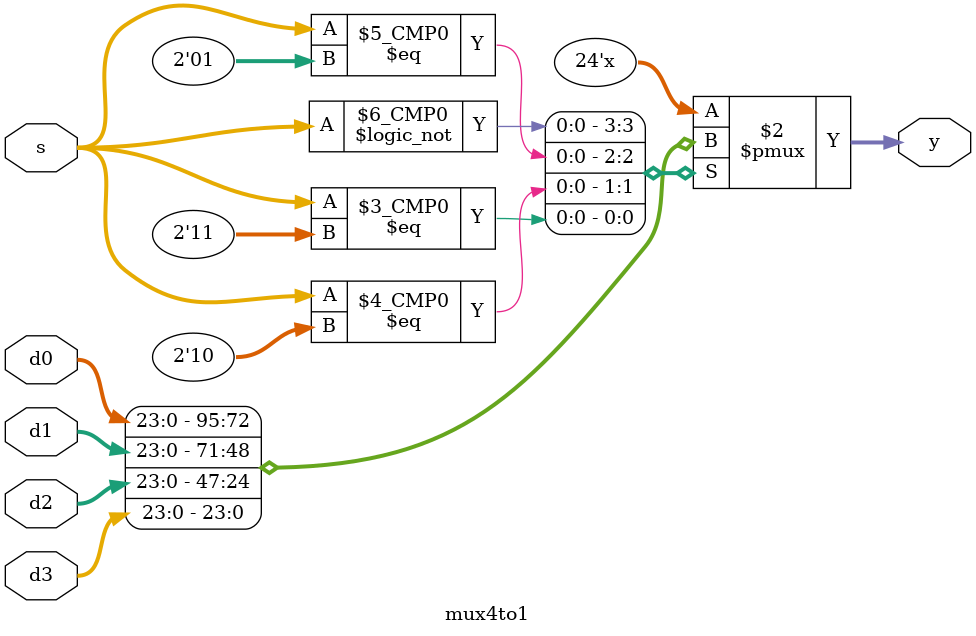
<source format=v>
`timescale 1ns / 1ps


module mux4to1(
    input [23:0] d0,
    input [23:0] d1,
    input [23:0] d2,
    input [23:0] d3,
    input [1:0] s,
    output reg [23:0] y
    );
    
    always @(*) begin
        case(s)
            2'b00: y <= d0;
            2'b01: y <= d1;
            2'b10: y <= d2;
            2'b11: y <= d3;
        endcase
    end
endmodule

</source>
